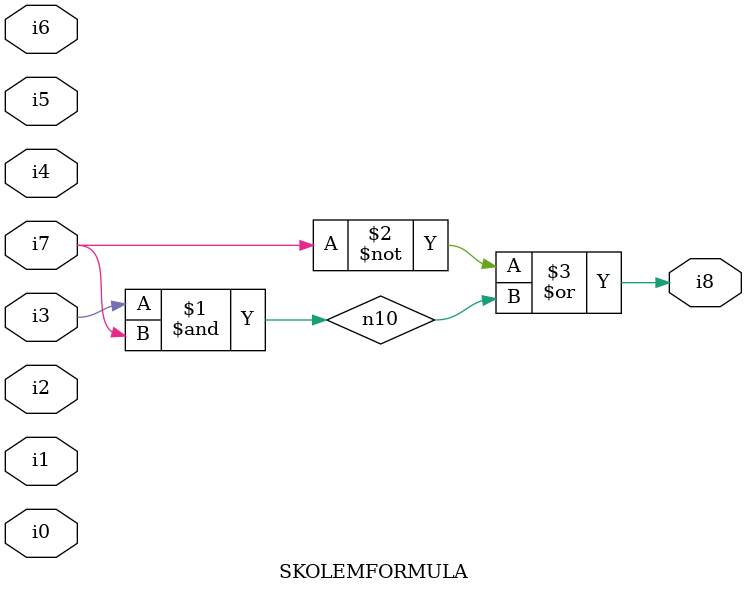
<source format=v>

module SKOLEMFORMULA ( 
    i0, i1, i2, i3, i4, i5, i6, i7,
    i8  );
  input  i0, i1, i2, i3, i4, i5, i6, i7;
  output i8;
  wire n10;
  assign n10 = i3 & i7;
  assign i8 = ~i7 | n10;
endmodule



</source>
